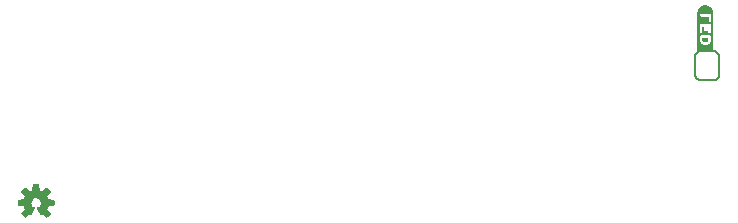
<source format=gbo>
G04 EAGLE Gerber RS-274X export*
G75*
%MOMM*%
%FSLAX34Y34*%
%LPD*%
%INSilkscreen Bottom*%
%IPPOS*%
%AMOC8*
5,1,8,0,0,1.08239X$1,22.5*%
G01*
%ADD10C,0.203200*%

G36*
X638844Y149158D02*
X638844Y149158D01*
X638852Y149160D01*
X639052Y149660D01*
X639048Y149673D01*
X639055Y149678D01*
X639055Y180778D01*
X639019Y180825D01*
X639006Y180815D01*
X638996Y180823D01*
X639021Y180831D01*
X639053Y180876D01*
X639055Y180878D01*
X639055Y181478D01*
X639052Y181482D01*
X639055Y181485D01*
X638855Y182885D01*
X638850Y182890D01*
X638853Y182894D01*
X638653Y183494D01*
X638648Y183497D01*
X638650Y183500D01*
X638050Y184700D01*
X638046Y184702D01*
X638047Y184705D01*
X637647Y185305D01*
X637644Y185306D01*
X637644Y185309D01*
X637244Y185809D01*
X637240Y185810D01*
X637241Y185813D01*
X636741Y186313D01*
X636734Y186314D01*
X636733Y186319D01*
X636135Y186718D01*
X635637Y187116D01*
X635629Y187117D01*
X635628Y187122D01*
X635028Y187422D01*
X635021Y187421D01*
X635020Y187425D01*
X634321Y187625D01*
X633722Y187825D01*
X633715Y187823D01*
X633713Y187827D01*
X632313Y188027D01*
X632303Y188021D01*
X632298Y188027D01*
X631702Y187927D01*
X631006Y187927D01*
X630998Y187921D01*
X630992Y187925D01*
X630292Y187725D01*
X630291Y187724D01*
X630290Y187725D01*
X629690Y187525D01*
X629687Y187520D01*
X629684Y187522D01*
X628484Y186922D01*
X628481Y186915D01*
X628475Y186916D01*
X627975Y186516D01*
X627974Y186516D01*
X627374Y186016D01*
X627373Y186009D01*
X627368Y186009D01*
X626568Y185009D01*
X626567Y185005D01*
X626565Y185005D01*
X626165Y184405D01*
X626165Y184401D01*
X626162Y184400D01*
X625862Y183800D01*
X625863Y183795D01*
X625859Y183794D01*
X625659Y183194D01*
X625661Y183187D01*
X625657Y183185D01*
X625557Y182485D01*
X625457Y181786D01*
X625357Y181186D01*
X625360Y181181D01*
X625357Y181178D01*
X625357Y149378D01*
X625386Y149340D01*
X625388Y149332D01*
X625888Y149132D01*
X625901Y149136D01*
X625906Y149129D01*
X638806Y149129D01*
X638844Y149158D01*
G37*
G36*
X74852Y8020D02*
X74852Y8020D01*
X74960Y8030D01*
X74973Y8036D01*
X74987Y8038D01*
X75084Y8086D01*
X75183Y8131D01*
X75196Y8142D01*
X75205Y8146D01*
X75220Y8162D01*
X75297Y8224D01*
X77882Y10809D01*
X77945Y10898D01*
X78011Y10983D01*
X78016Y10996D01*
X78024Y11008D01*
X78055Y11111D01*
X78091Y11214D01*
X78091Y11228D01*
X78095Y11241D01*
X78091Y11349D01*
X78092Y11458D01*
X78087Y11471D01*
X78087Y11485D01*
X78049Y11587D01*
X78014Y11689D01*
X78005Y11704D01*
X78001Y11713D01*
X77987Y11730D01*
X77933Y11812D01*
X75169Y15202D01*
X75726Y16284D01*
X75732Y16304D01*
X75774Y16399D01*
X76145Y17558D01*
X80496Y18001D01*
X80600Y18029D01*
X80706Y18054D01*
X80718Y18061D01*
X80731Y18064D01*
X80821Y18125D01*
X80914Y18182D01*
X80922Y18193D01*
X80934Y18201D01*
X81000Y18287D01*
X81069Y18371D01*
X81073Y18384D01*
X81082Y18395D01*
X81116Y18498D01*
X81155Y18599D01*
X81156Y18617D01*
X81160Y18626D01*
X81160Y18648D01*
X81169Y18746D01*
X81169Y22402D01*
X81152Y22509D01*
X81138Y22617D01*
X81132Y22629D01*
X81130Y22643D01*
X81078Y22739D01*
X81031Y22836D01*
X81021Y22846D01*
X81015Y22858D01*
X80935Y22932D01*
X80859Y23009D01*
X80847Y23015D01*
X80837Y23025D01*
X80738Y23070D01*
X80641Y23118D01*
X80623Y23122D01*
X80614Y23126D01*
X80593Y23128D01*
X80496Y23147D01*
X76145Y23590D01*
X75774Y24749D01*
X75765Y24767D01*
X75763Y24774D01*
X75759Y24781D01*
X75726Y24864D01*
X75169Y25946D01*
X77933Y29336D01*
X77987Y29430D01*
X78044Y29522D01*
X78047Y29535D01*
X78054Y29547D01*
X78075Y29654D01*
X78100Y29759D01*
X78098Y29773D01*
X78101Y29787D01*
X78086Y29894D01*
X78076Y30002D01*
X78070Y30015D01*
X78068Y30029D01*
X78020Y30126D01*
X77975Y30225D01*
X77964Y30238D01*
X77960Y30247D01*
X77944Y30262D01*
X77882Y30339D01*
X75297Y32924D01*
X75208Y32987D01*
X75123Y33053D01*
X75110Y33058D01*
X75098Y33066D01*
X74995Y33097D01*
X74892Y33133D01*
X74878Y33133D01*
X74865Y33137D01*
X74757Y33133D01*
X74648Y33134D01*
X74635Y33129D01*
X74621Y33129D01*
X74519Y33091D01*
X74417Y33056D01*
X74402Y33047D01*
X74393Y33043D01*
X74376Y33029D01*
X74294Y32975D01*
X70904Y30211D01*
X69822Y30768D01*
X69802Y30774D01*
X69707Y30816D01*
X68548Y31187D01*
X68105Y35538D01*
X68077Y35642D01*
X68052Y35748D01*
X68045Y35760D01*
X68042Y35773D01*
X67981Y35863D01*
X67924Y35956D01*
X67913Y35964D01*
X67905Y35976D01*
X67819Y36042D01*
X67735Y36111D01*
X67722Y36115D01*
X67711Y36124D01*
X67608Y36158D01*
X67507Y36197D01*
X67489Y36198D01*
X67480Y36202D01*
X67458Y36202D01*
X67360Y36211D01*
X63704Y36211D01*
X63597Y36194D01*
X63489Y36180D01*
X63477Y36174D01*
X63463Y36172D01*
X63367Y36120D01*
X63270Y36073D01*
X63260Y36063D01*
X63248Y36057D01*
X63174Y35977D01*
X63097Y35901D01*
X63091Y35889D01*
X63081Y35879D01*
X63036Y35780D01*
X62988Y35683D01*
X62984Y35665D01*
X62980Y35656D01*
X62978Y35635D01*
X62959Y35538D01*
X62516Y31187D01*
X61357Y30816D01*
X61339Y30806D01*
X61242Y30768D01*
X60160Y30211D01*
X56770Y32975D01*
X56676Y33029D01*
X56584Y33086D01*
X56571Y33089D01*
X56559Y33096D01*
X56452Y33117D01*
X56347Y33142D01*
X56333Y33140D01*
X56319Y33143D01*
X56212Y33128D01*
X56104Y33118D01*
X56091Y33112D01*
X56078Y33110D01*
X55980Y33062D01*
X55881Y33017D01*
X55868Y33006D01*
X55859Y33002D01*
X55844Y32986D01*
X55767Y32924D01*
X53182Y30339D01*
X53119Y30250D01*
X53053Y30165D01*
X53048Y30152D01*
X53040Y30140D01*
X53009Y30037D01*
X52973Y29934D01*
X52973Y29920D01*
X52969Y29907D01*
X52973Y29799D01*
X52972Y29690D01*
X52977Y29677D01*
X52977Y29663D01*
X53015Y29561D01*
X53050Y29459D01*
X53059Y29444D01*
X53063Y29435D01*
X53077Y29418D01*
X53131Y29336D01*
X55895Y25946D01*
X55338Y24864D01*
X55332Y24844D01*
X55290Y24749D01*
X54919Y23590D01*
X50568Y23147D01*
X50464Y23119D01*
X50358Y23094D01*
X50346Y23087D01*
X50333Y23084D01*
X50243Y23023D01*
X50150Y22966D01*
X50142Y22955D01*
X50130Y22947D01*
X50064Y22861D01*
X49996Y22777D01*
X49991Y22764D01*
X49982Y22753D01*
X49948Y22650D01*
X49909Y22549D01*
X49908Y22531D01*
X49904Y22522D01*
X49905Y22500D01*
X49895Y22402D01*
X49895Y18746D01*
X49912Y18639D01*
X49926Y18531D01*
X49932Y18519D01*
X49934Y18505D01*
X49986Y18409D01*
X50033Y18312D01*
X50043Y18302D01*
X50049Y18290D01*
X50129Y18216D01*
X50205Y18139D01*
X50217Y18133D01*
X50228Y18123D01*
X50326Y18078D01*
X50423Y18030D01*
X50441Y18026D01*
X50450Y18022D01*
X50471Y18020D01*
X50568Y18001D01*
X54919Y17558D01*
X55290Y16399D01*
X55300Y16381D01*
X55338Y16284D01*
X55895Y15202D01*
X53131Y11812D01*
X53077Y11718D01*
X53020Y11626D01*
X53017Y11613D01*
X53010Y11601D01*
X52989Y11494D01*
X52964Y11389D01*
X52966Y11375D01*
X52963Y11361D01*
X52978Y11254D01*
X52988Y11146D01*
X52994Y11133D01*
X52996Y11120D01*
X53044Y11022D01*
X53089Y10923D01*
X53100Y10910D01*
X53104Y10901D01*
X53120Y10886D01*
X53182Y10809D01*
X55767Y8224D01*
X55856Y8161D01*
X55941Y8095D01*
X55954Y8090D01*
X55966Y8082D01*
X56069Y8051D01*
X56172Y8015D01*
X56186Y8015D01*
X56199Y8011D01*
X56307Y8015D01*
X56416Y8014D01*
X56429Y8019D01*
X56443Y8019D01*
X56545Y8057D01*
X56647Y8092D01*
X56662Y8101D01*
X56671Y8105D01*
X56688Y8119D01*
X56770Y8173D01*
X60160Y10937D01*
X61242Y10380D01*
X61295Y10363D01*
X61344Y10337D01*
X61410Y10326D01*
X61474Y10305D01*
X61530Y10306D01*
X61584Y10297D01*
X61651Y10308D01*
X61718Y10309D01*
X61770Y10327D01*
X61825Y10336D01*
X61885Y10368D01*
X61948Y10391D01*
X61991Y10425D01*
X62041Y10451D01*
X62087Y10500D01*
X62139Y10542D01*
X62170Y10589D01*
X62208Y10629D01*
X62264Y10734D01*
X62272Y10747D01*
X62273Y10752D01*
X62277Y10759D01*
X64430Y15956D01*
X64450Y16039D01*
X64455Y16052D01*
X64457Y16068D01*
X64482Y16153D01*
X64481Y16174D01*
X64486Y16194D01*
X64478Y16276D01*
X64479Y16295D01*
X64475Y16315D01*
X64471Y16396D01*
X64464Y16416D01*
X64462Y16437D01*
X64430Y16506D01*
X64424Y16533D01*
X64409Y16557D01*
X64383Y16624D01*
X64370Y16640D01*
X64361Y16659D01*
X64316Y16708D01*
X64296Y16740D01*
X64265Y16765D01*
X64227Y16811D01*
X64204Y16827D01*
X64194Y16837D01*
X64173Y16849D01*
X64108Y16894D01*
X64107Y16895D01*
X64106Y16896D01*
X63207Y17402D01*
X62520Y18046D01*
X62005Y18834D01*
X61693Y19722D01*
X61601Y20659D01*
X61734Y21591D01*
X62085Y22465D01*
X62634Y23230D01*
X63348Y23843D01*
X64188Y24268D01*
X65105Y24482D01*
X66046Y24472D01*
X66958Y24238D01*
X67788Y23795D01*
X68489Y23166D01*
X69021Y22389D01*
X69352Y21508D01*
X69465Y20573D01*
X69357Y19656D01*
X69037Y18788D01*
X68523Y18019D01*
X67844Y17392D01*
X66960Y16897D01*
X66918Y16864D01*
X66876Y16841D01*
X66845Y16808D01*
X66797Y16773D01*
X66785Y16757D01*
X66769Y16744D01*
X66734Y16689D01*
X66709Y16663D01*
X66696Y16633D01*
X66654Y16575D01*
X66648Y16556D01*
X66638Y16539D01*
X66619Y16464D01*
X66609Y16441D01*
X66606Y16417D01*
X66583Y16342D01*
X66584Y16322D01*
X66579Y16302D01*
X66586Y16216D01*
X66585Y16198D01*
X66588Y16182D01*
X66591Y16098D01*
X66599Y16073D01*
X66600Y16059D01*
X66610Y16037D01*
X66634Y15956D01*
X67563Y13713D01*
X67563Y13712D01*
X68494Y11465D01*
X68495Y11465D01*
X68787Y10759D01*
X68816Y10712D01*
X68837Y10660D01*
X68880Y10609D01*
X68916Y10552D01*
X68959Y10517D01*
X68995Y10474D01*
X69052Y10440D01*
X69104Y10397D01*
X69156Y10378D01*
X69204Y10349D01*
X69270Y10335D01*
X69333Y10311D01*
X69388Y10309D01*
X69442Y10298D01*
X69509Y10305D01*
X69576Y10303D01*
X69630Y10319D01*
X69685Y10326D01*
X69796Y10370D01*
X69810Y10374D01*
X69814Y10377D01*
X69822Y10380D01*
X70904Y10937D01*
X74294Y8173D01*
X74388Y8119D01*
X74480Y8062D01*
X74493Y8059D01*
X74505Y8052D01*
X74612Y8031D01*
X74717Y8006D01*
X74731Y8008D01*
X74745Y8005D01*
X74852Y8020D01*
G37*
%LPC*%
G36*
X631809Y154127D02*
X631809Y154127D01*
X631116Y154226D01*
X630424Y154424D01*
X629829Y154721D01*
X629337Y155017D01*
X628347Y156007D01*
X627752Y157197D01*
X627554Y157789D01*
X627455Y158481D01*
X627455Y161762D01*
X627736Y162136D01*
X628314Y162329D01*
X629486Y162329D01*
X629953Y159994D01*
X629671Y159713D01*
X629668Y159689D01*
X629659Y159682D01*
X629660Y159680D01*
X629657Y159678D01*
X629657Y158278D01*
X629666Y158265D01*
X629662Y158256D01*
X629962Y157656D01*
X629966Y157654D01*
X629965Y157651D01*
X630365Y157051D01*
X630375Y157047D01*
X630375Y157040D01*
X630875Y156640D01*
X630888Y156639D01*
X630890Y156631D01*
X631490Y156431D01*
X631497Y156433D01*
X631499Y156429D01*
X632199Y156329D01*
X632208Y156334D01*
X632213Y156329D01*
X632913Y156429D01*
X632921Y156437D01*
X632928Y156434D01*
X633528Y156734D01*
X633531Y156741D01*
X633537Y156740D01*
X634037Y157140D01*
X634038Y157144D01*
X634041Y157143D01*
X634541Y157643D01*
X634542Y157655D01*
X634550Y157656D01*
X634650Y157856D01*
X634647Y157872D01*
X634655Y157878D01*
X634655Y159978D01*
X634619Y160025D01*
X634616Y160023D01*
X634614Y160027D01*
X634014Y160127D01*
X634009Y160124D01*
X634006Y160127D01*
X630047Y160127D01*
X629647Y162329D01*
X635803Y162329D01*
X636479Y162232D01*
X636759Y161859D01*
X636857Y161075D01*
X636857Y158381D01*
X636758Y157689D01*
X636560Y157097D01*
X636263Y156501D01*
X635966Y156007D01*
X635473Y155415D01*
X634879Y155019D01*
X634878Y155016D01*
X634875Y155016D01*
X634382Y154622D01*
X633791Y154425D01*
X633095Y154226D01*
X632502Y154127D01*
X631809Y154127D01*
G37*
%LPD*%
%LPC*%
G36*
X635129Y164525D02*
X635129Y164525D01*
X634752Y164902D01*
X634655Y165482D01*
X634655Y168878D01*
X634652Y168883D01*
X634655Y168886D01*
X634555Y169486D01*
X634511Y169527D01*
X634509Y169524D01*
X634506Y169527D01*
X633806Y169527D01*
X633794Y169518D01*
X633792Y169518D01*
X633784Y169522D01*
X633384Y169322D01*
X633370Y169294D01*
X633359Y169285D01*
X633361Y169282D01*
X633357Y169278D01*
X633357Y167281D01*
X633258Y166591D01*
X633068Y166115D01*
X632399Y165829D01*
X631625Y165925D01*
X631249Y166208D01*
X631055Y166885D01*
X631055Y169478D01*
X631019Y169525D01*
X631012Y169520D01*
X631006Y169527D01*
X629706Y169527D01*
X629659Y169491D01*
X629663Y169486D01*
X629659Y169482D01*
X629660Y169480D01*
X629657Y169478D01*
X629657Y165382D01*
X629561Y164806D01*
X629176Y164517D01*
X629165Y164477D01*
X629158Y164470D01*
X629154Y164488D01*
X629110Y164527D01*
X629105Y164522D01*
X629100Y164527D01*
X628311Y164428D01*
X627739Y164619D01*
X627455Y165092D01*
X627455Y170575D01*
X627553Y171259D01*
X627833Y171632D01*
X628509Y171729D01*
X636002Y171729D01*
X636578Y171633D01*
X636857Y171262D01*
X636857Y164994D01*
X636577Y164621D01*
X635902Y164428D01*
X635129Y164525D01*
G37*
%LPD*%
%LPC*%
G36*
X635434Y173927D02*
X635434Y173927D01*
X635153Y174395D01*
X635055Y175081D01*
X635055Y178278D01*
X635019Y178325D01*
X635012Y178320D01*
X635006Y178327D01*
X628909Y178327D01*
X628214Y178427D01*
X627739Y178522D01*
X627455Y179090D01*
X627455Y179964D01*
X627737Y180433D01*
X628310Y180529D01*
X636481Y180529D01*
X636759Y180159D01*
X636857Y179375D01*
X636857Y174682D01*
X636763Y174117D01*
X636099Y173927D01*
X635434Y173927D01*
G37*
%LPD*%
D10*
X643890Y129286D02*
X643890Y144526D01*
X628142Y124714D02*
X628009Y124716D01*
X627876Y124722D01*
X627744Y124731D01*
X627611Y124745D01*
X627479Y124762D01*
X627348Y124783D01*
X627217Y124808D01*
X627088Y124837D01*
X626959Y124870D01*
X626831Y124906D01*
X626704Y124946D01*
X626578Y124990D01*
X626454Y125037D01*
X626331Y125088D01*
X626210Y125142D01*
X626090Y125200D01*
X625972Y125262D01*
X625856Y125327D01*
X625742Y125395D01*
X625630Y125466D01*
X625520Y125541D01*
X625412Y125619D01*
X625306Y125700D01*
X625203Y125784D01*
X625103Y125871D01*
X625005Y125960D01*
X624909Y126053D01*
X624816Y126149D01*
X624727Y126247D01*
X624640Y126347D01*
X624556Y126450D01*
X624475Y126556D01*
X624397Y126664D01*
X624322Y126774D01*
X624251Y126886D01*
X624183Y127000D01*
X624118Y127116D01*
X624056Y127234D01*
X623998Y127354D01*
X623944Y127475D01*
X623893Y127598D01*
X623846Y127722D01*
X623802Y127848D01*
X623762Y127975D01*
X623726Y128103D01*
X623693Y128232D01*
X623664Y128361D01*
X623639Y128492D01*
X623618Y128623D01*
X623601Y128755D01*
X623587Y128888D01*
X623578Y129020D01*
X623572Y129153D01*
X623570Y129286D01*
X623570Y144526D02*
X623572Y144659D01*
X623578Y144792D01*
X623587Y144924D01*
X623601Y145057D01*
X623618Y145189D01*
X623639Y145320D01*
X623664Y145451D01*
X623693Y145580D01*
X623726Y145709D01*
X623762Y145837D01*
X623802Y145964D01*
X623846Y146090D01*
X623893Y146214D01*
X623944Y146337D01*
X623998Y146458D01*
X624056Y146578D01*
X624118Y146696D01*
X624183Y146812D01*
X624251Y146926D01*
X624322Y147038D01*
X624397Y147148D01*
X624475Y147256D01*
X624556Y147362D01*
X624640Y147465D01*
X624727Y147565D01*
X624816Y147663D01*
X624909Y147759D01*
X625005Y147852D01*
X625103Y147941D01*
X625203Y148028D01*
X625306Y148112D01*
X625412Y148193D01*
X625520Y148271D01*
X625630Y148346D01*
X625742Y148417D01*
X625856Y148485D01*
X625972Y148550D01*
X626090Y148612D01*
X626210Y148670D01*
X626331Y148724D01*
X626454Y148775D01*
X626578Y148822D01*
X626704Y148866D01*
X626831Y148906D01*
X626959Y148942D01*
X627088Y148975D01*
X627217Y149004D01*
X627348Y149029D01*
X627479Y149050D01*
X627611Y149067D01*
X627744Y149081D01*
X627876Y149090D01*
X628009Y149096D01*
X628142Y149098D01*
X639318Y149098D02*
X639451Y149096D01*
X639584Y149090D01*
X639716Y149081D01*
X639849Y149067D01*
X639981Y149050D01*
X640112Y149029D01*
X640243Y149004D01*
X640372Y148975D01*
X640501Y148942D01*
X640629Y148906D01*
X640756Y148866D01*
X640882Y148822D01*
X641006Y148775D01*
X641129Y148724D01*
X641250Y148670D01*
X641370Y148612D01*
X641488Y148550D01*
X641604Y148485D01*
X641718Y148417D01*
X641830Y148346D01*
X641940Y148271D01*
X642048Y148193D01*
X642154Y148112D01*
X642257Y148028D01*
X642357Y147941D01*
X642455Y147852D01*
X642551Y147759D01*
X642644Y147663D01*
X642733Y147565D01*
X642820Y147465D01*
X642904Y147362D01*
X642985Y147256D01*
X643063Y147148D01*
X643138Y147038D01*
X643209Y146926D01*
X643277Y146812D01*
X643342Y146696D01*
X643404Y146578D01*
X643462Y146458D01*
X643516Y146337D01*
X643567Y146214D01*
X643614Y146090D01*
X643658Y145964D01*
X643698Y145837D01*
X643734Y145709D01*
X643767Y145580D01*
X643796Y145451D01*
X643821Y145320D01*
X643842Y145189D01*
X643859Y145057D01*
X643873Y144924D01*
X643882Y144792D01*
X643888Y144659D01*
X643890Y144526D01*
X643890Y129286D02*
X643888Y129153D01*
X643882Y129020D01*
X643873Y128888D01*
X643859Y128755D01*
X643842Y128623D01*
X643821Y128492D01*
X643796Y128361D01*
X643767Y128232D01*
X643734Y128103D01*
X643698Y127975D01*
X643658Y127848D01*
X643614Y127722D01*
X643567Y127598D01*
X643516Y127475D01*
X643462Y127354D01*
X643404Y127234D01*
X643342Y127116D01*
X643277Y127000D01*
X643209Y126886D01*
X643138Y126774D01*
X643063Y126664D01*
X642985Y126556D01*
X642904Y126450D01*
X642820Y126347D01*
X642733Y126247D01*
X642644Y126149D01*
X642551Y126053D01*
X642455Y125960D01*
X642357Y125871D01*
X642257Y125784D01*
X642154Y125700D01*
X642048Y125619D01*
X641940Y125541D01*
X641830Y125466D01*
X641718Y125395D01*
X641604Y125327D01*
X641488Y125262D01*
X641370Y125200D01*
X641250Y125142D01*
X641129Y125088D01*
X641006Y125037D01*
X640882Y124990D01*
X640756Y124946D01*
X640629Y124906D01*
X640501Y124870D01*
X640372Y124837D01*
X640243Y124808D01*
X640112Y124783D01*
X639981Y124762D01*
X639849Y124745D01*
X639716Y124731D01*
X639584Y124722D01*
X639451Y124716D01*
X639318Y124714D01*
X628142Y124714D01*
X628142Y149098D02*
X639318Y149098D01*
X623570Y144526D02*
X623570Y129286D01*
M02*

</source>
